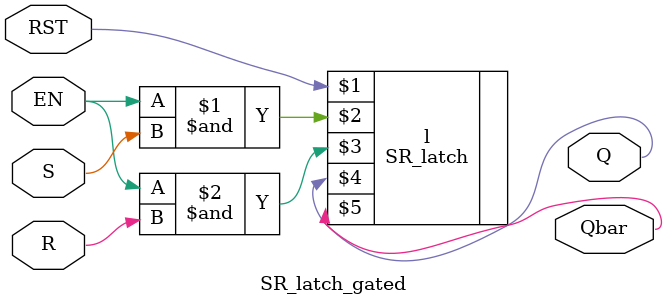
<source format=v>
`timescale 1ns / 1ps


module SR_latch_gated(
    input RST,
    input EN,
    input S,
    input R,
    output Q,
    output Qbar
    );

    wire q, qb;
    SR_latch l(RST, EN & S, EN & R, Q, Qbar);

endmodule

</source>
